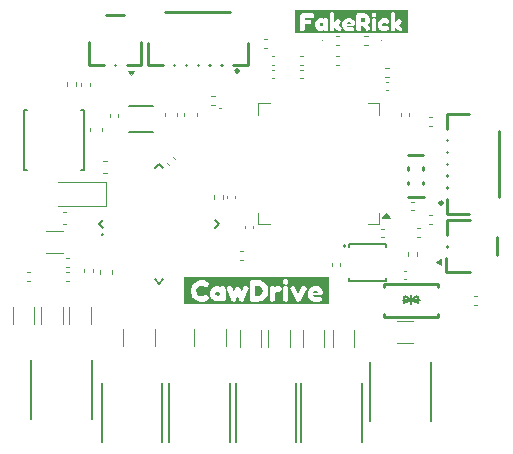
<source format=gbr>
%TF.GenerationSoftware,KiCad,Pcbnew,8.0.4-8.0.4-0~ubuntu24.04.1*%
%TF.CreationDate,2024-08-03T15:04:24+08:00*%
%TF.ProjectId,CawDrive,43617744-7269-4766-952e-6b696361645f,rev?*%
%TF.SameCoordinates,Original*%
%TF.FileFunction,Legend,Top*%
%TF.FilePolarity,Positive*%
%FSLAX46Y46*%
G04 Gerber Fmt 4.6, Leading zero omitted, Abs format (unit mm)*
G04 Created by KiCad (PCBNEW 8.0.4-8.0.4-0~ubuntu24.04.1) date 2024-08-03 15:04:24*
%MOMM*%
%LPD*%
G01*
G04 APERTURE LIST*
%ADD10C,0.000000*%
%ADD11C,0.120000*%
%ADD12C,0.100000*%
%ADD13C,0.254000*%
%ADD14C,0.127000*%
%ADD15C,0.152000*%
%ADD16C,0.150000*%
G04 APERTURE END LIST*
D10*
%TO.C,kibuzzard-66ADCBBA*%
G36*
X147132189Y-93177682D02*
G01*
X146595708Y-93177682D01*
X145998283Y-93177682D01*
X144512446Y-93177682D01*
X143446352Y-93177682D01*
X142321030Y-93177682D01*
X140631760Y-93177682D01*
X139032618Y-93177682D01*
X138115880Y-93177682D01*
X136336481Y-93177682D01*
X135404292Y-93177682D01*
X134867811Y-93177682D01*
X134867811Y-92023176D01*
X135404292Y-92023176D01*
X135420708Y-92210515D01*
X135469957Y-92381116D01*
X135544313Y-92528863D01*
X135636052Y-92647639D01*
X135743240Y-92744206D01*
X135863948Y-92825322D01*
X135989485Y-92888090D01*
X136111159Y-92929614D01*
X136227361Y-92952790D01*
X136336481Y-92960515D01*
X136503004Y-92944492D01*
X136662661Y-92896423D01*
X136815451Y-92816309D01*
X136921030Y-92737768D01*
X136957082Y-92643777D01*
X136900429Y-92494421D01*
X136807725Y-92384335D01*
X136720172Y-92347639D01*
X136591416Y-92399142D01*
X136462017Y-92462876D01*
X136326180Y-92484120D01*
X136130472Y-92442918D01*
X136037446Y-92385300D01*
X135954077Y-92294850D01*
X135944446Y-92275536D01*
X137031760Y-92275536D01*
X137051931Y-92440629D01*
X137112446Y-92592561D01*
X137213305Y-92731330D01*
X137339914Y-92841488D01*
X137477682Y-92907582D01*
X137626609Y-92929614D01*
X137774034Y-92906438D01*
X137896996Y-92836910D01*
X137969742Y-92906438D01*
X138115880Y-92929614D01*
X138249785Y-92911588D01*
X138321888Y-92853648D01*
X138346352Y-92785408D01*
X138350215Y-92697854D01*
X138350215Y-91860944D01*
X138346352Y-91774678D01*
X138337456Y-91748927D01*
X138454506Y-91748927D01*
X138463519Y-91917597D01*
X138806009Y-92759657D01*
X138829185Y-92816309D01*
X138863948Y-92870386D01*
X138933476Y-92925751D01*
X139032618Y-92942489D01*
X139084120Y-92939914D01*
X139126609Y-92930901D01*
X139160086Y-92919313D01*
X139185837Y-92900000D01*
X139205150Y-92880687D01*
X139221888Y-92854936D01*
X139233476Y-92826609D01*
X139246352Y-92793133D01*
X139259227Y-92759657D01*
X139377682Y-92442918D01*
X139496137Y-92759657D01*
X139524464Y-92825322D01*
X139559227Y-92880687D01*
X139624893Y-92928326D01*
X139725322Y-92942489D01*
X139769099Y-92938627D01*
X139806438Y-92929614D01*
X139838627Y-92914163D01*
X139864378Y-92896137D01*
X139886266Y-92874249D01*
X139903004Y-92851073D01*
X139917167Y-92825322D01*
X139928755Y-92802146D01*
X139939056Y-92778970D01*
X139946781Y-92759657D01*
X140291845Y-91922747D01*
X140313591Y-91809728D01*
X140265522Y-91714449D01*
X140147639Y-91636910D01*
X140019170Y-91611731D01*
X139918741Y-91659800D01*
X139846352Y-91781116D01*
X139722747Y-92123605D01*
X139604292Y-91793991D01*
X139515451Y-91666524D01*
X139372532Y-91624034D01*
X139239270Y-91665880D01*
X139153648Y-91791416D01*
X139032618Y-92123605D01*
X138893562Y-91739914D01*
X138830043Y-91642346D01*
X138728755Y-91610587D01*
X138589700Y-91644635D01*
X138454506Y-91748927D01*
X138337456Y-91748927D01*
X138321888Y-91703863D01*
X138251073Y-91644635D01*
X138118455Y-91626609D01*
X137962661Y-91653004D01*
X137896996Y-91732189D01*
X137777897Y-91654936D01*
X137626609Y-91629185D01*
X137478970Y-91651216D01*
X137341631Y-91717310D01*
X137214592Y-91827468D01*
X137113019Y-91965379D01*
X137052074Y-92114735D01*
X137031760Y-92275536D01*
X135944446Y-92275536D01*
X135895172Y-92176717D01*
X135875536Y-92036052D01*
X135886481Y-91926609D01*
X135919313Y-91830043D01*
X136033906Y-91689700D01*
X136179399Y-91613734D01*
X136326180Y-91587983D01*
X136387983Y-91590558D01*
X136439485Y-91599571D01*
X136480687Y-91609871D01*
X136515451Y-91622747D01*
X136539914Y-91636910D01*
X136561803Y-91651073D01*
X136578541Y-91662661D01*
X136717597Y-91721888D01*
X136806438Y-91687124D01*
X136903004Y-91582833D01*
X136959657Y-91438627D01*
X136936008Y-91363948D01*
X140397425Y-91363948D01*
X140397425Y-92695279D01*
X140403863Y-92786695D01*
X140430901Y-92858798D01*
X140501717Y-92914163D01*
X140631760Y-92932189D01*
X141069528Y-92932189D01*
X141250590Y-92915531D01*
X141417811Y-92865558D01*
X141571191Y-92782269D01*
X141710730Y-92665665D01*
X141826770Y-92525563D01*
X141909657Y-92371781D01*
X141959388Y-92204319D01*
X141975966Y-92023176D01*
X141960477Y-91858369D01*
X142089270Y-91858369D01*
X142089270Y-92697854D01*
X142093133Y-92786695D01*
X142117597Y-92857511D01*
X142188412Y-92916738D01*
X142321030Y-92934764D01*
X142457511Y-92916738D01*
X142529614Y-92858798D01*
X142554077Y-92790558D01*
X142557940Y-92703004D01*
X142557940Y-92200858D01*
X142608155Y-92106867D01*
X142735622Y-92069528D01*
X142798712Y-92088841D01*
X142897854Y-92108155D01*
X143042060Y-92019313D01*
X143084549Y-91919850D01*
X143091461Y-91860944D01*
X143214592Y-91860944D01*
X143214592Y-92700429D01*
X143218455Y-92789270D01*
X143242918Y-92858798D01*
X143313734Y-92916738D01*
X143446352Y-92934764D01*
X143581545Y-92916738D01*
X143652361Y-92858798D01*
X143676824Y-92790558D01*
X143680687Y-92703004D01*
X143680687Y-91866094D01*
X143677048Y-91782403D01*
X143814592Y-91782403D01*
X143850644Y-91966524D01*
X144306438Y-92834335D01*
X144387554Y-92919313D01*
X144512446Y-92947639D01*
X144637339Y-92919313D01*
X144718455Y-92834335D01*
X145006539Y-92285837D01*
X145295279Y-92285837D01*
X145305258Y-92403004D01*
X145335193Y-92517597D01*
X145384764Y-92628326D01*
X145453648Y-92733906D01*
X145547961Y-92826931D01*
X145673820Y-92900000D01*
X145825751Y-92947318D01*
X145998283Y-92963090D01*
X146232618Y-92948444D01*
X146400000Y-92904506D01*
X146500429Y-92831277D01*
X146533906Y-92728755D01*
X146500429Y-92610300D01*
X146430901Y-92517597D01*
X146345923Y-92486695D01*
X146227468Y-92520172D01*
X146018884Y-92553648D01*
X145866953Y-92517597D01*
X145789700Y-92419742D01*
X146338197Y-92419742D01*
X146442811Y-92400107D01*
X146524893Y-92341202D01*
X146578004Y-92246245D01*
X146595708Y-92118455D01*
X146557403Y-91937554D01*
X146442489Y-91765665D01*
X146325322Y-91672675D01*
X146178112Y-91616881D01*
X146000858Y-91598283D01*
X145805866Y-91619599D01*
X145636338Y-91683548D01*
X145492275Y-91790129D01*
X145382833Y-91930472D01*
X145317167Y-92095708D01*
X145295279Y-92285837D01*
X145006539Y-92285837D01*
X145174249Y-91966524D01*
X145216738Y-91840343D01*
X145185837Y-91737339D01*
X145071245Y-91649785D01*
X144883262Y-91607296D01*
X144815021Y-91653970D01*
X144754506Y-91755365D01*
X144512446Y-92306438D01*
X144270386Y-91755365D01*
X144145494Y-91608584D01*
X143953648Y-91649785D01*
X143814592Y-91782403D01*
X143677048Y-91782403D01*
X143676824Y-91777253D01*
X143652361Y-91706438D01*
X143581545Y-91647210D01*
X143448927Y-91629185D01*
X143446352Y-91629531D01*
X143315021Y-91647210D01*
X143242918Y-91705150D01*
X143218455Y-91774678D01*
X143214592Y-91860944D01*
X143091461Y-91860944D01*
X143098712Y-91799142D01*
X143066524Y-91701288D01*
X142982833Y-91643348D01*
X142890129Y-91620172D01*
X142812876Y-91613734D01*
X142675107Y-91643348D01*
X142545064Y-91732189D01*
X142472961Y-91653004D01*
X142323605Y-91626609D01*
X142188412Y-91644635D01*
X142117597Y-91702575D01*
X142093133Y-91770815D01*
X142089270Y-91858369D01*
X141960477Y-91858369D01*
X141959388Y-91846781D01*
X141909657Y-91683262D01*
X141826770Y-91532618D01*
X141710730Y-91394850D01*
X141571674Y-91279936D01*
X141550821Y-91268670D01*
X143214592Y-91268670D01*
X143218455Y-91354936D01*
X143242918Y-91425751D01*
X143313734Y-91484979D01*
X143446352Y-91503004D01*
X143581545Y-91484979D01*
X143652361Y-91427039D01*
X143676824Y-91358798D01*
X143680687Y-91271245D01*
X143676824Y-91184979D01*
X143652361Y-91114163D01*
X143581545Y-91054936D01*
X143448927Y-91036910D01*
X143315021Y-91054936D01*
X143242918Y-91112876D01*
X143218455Y-91182403D01*
X143214592Y-91268670D01*
X141550821Y-91268670D01*
X141419742Y-91197854D01*
X141254936Y-91148605D01*
X141077253Y-91132189D01*
X140634335Y-91132189D01*
X140497854Y-91148927D01*
X140425751Y-91206867D01*
X140401288Y-91277682D01*
X140397425Y-91363948D01*
X136936008Y-91363948D01*
X136935193Y-91361373D01*
X136887554Y-91307296D01*
X136818026Y-91258369D01*
X136655508Y-91178255D01*
X136497568Y-91130186D01*
X136344206Y-91114163D01*
X136230579Y-91121888D01*
X136111159Y-91145064D01*
X135987554Y-91185944D01*
X135861373Y-91246781D01*
X135740665Y-91325322D01*
X135633476Y-91419313D01*
X135542060Y-91534871D01*
X135468670Y-91678112D01*
X135420386Y-91842918D01*
X135404292Y-92023176D01*
X134867811Y-92023176D01*
X134867811Y-90822318D01*
X135404292Y-90822318D01*
X146595708Y-90822318D01*
X147132189Y-90822318D01*
X147132189Y-93177682D01*
G37*
G36*
X141239485Y-91634979D02*
G01*
X141378541Y-91729614D01*
X141473176Y-91868670D01*
X141504721Y-92033476D01*
X141473176Y-92197961D01*
X141378541Y-92336052D01*
X141240129Y-92429721D01*
X141077253Y-92460944D01*
X140868670Y-92460944D01*
X140868670Y-91603433D01*
X141074678Y-91603433D01*
X141239485Y-91634979D01*
G37*
G36*
X137815880Y-92146781D02*
G01*
X137868670Y-92278112D01*
X137815880Y-92408155D01*
X137690987Y-92463519D01*
X137555794Y-92408155D01*
X137497854Y-92280687D01*
X137553219Y-92149356D01*
X137685837Y-92092704D01*
X137815880Y-92146781D01*
G37*
G36*
X146106438Y-92039914D02*
G01*
X146147639Y-92115880D01*
X146078112Y-92177682D01*
X145789700Y-92177682D01*
X145850215Y-92063090D01*
X145995708Y-92012876D01*
X146106438Y-92039914D01*
G37*
%TO.C,kibuzzard-66ADBF8B*%
G36*
X153782904Y-70233548D02*
G01*
X153335837Y-70233548D01*
X153119099Y-70233548D01*
X151790773Y-70233548D01*
X150904506Y-70233548D01*
X150357296Y-70233548D01*
X148810086Y-70233548D01*
X147958155Y-70233548D01*
X146833691Y-70233548D01*
X144859442Y-70233548D01*
X144664163Y-70233548D01*
X144217096Y-70233548D01*
X144217096Y-68724249D01*
X144664163Y-68724249D01*
X144664163Y-69833691D01*
X144667382Y-69907725D01*
X144687768Y-69966738D01*
X144747854Y-70016094D01*
X144859442Y-70031116D01*
X144973176Y-70016094D01*
X145033262Y-69967811D01*
X145053648Y-69909871D01*
X145056867Y-69835837D01*
X145056867Y-69481760D01*
X145930258Y-69481760D01*
X145947067Y-69619337D01*
X145997496Y-69745947D01*
X146081545Y-69861588D01*
X146187053Y-69953386D01*
X146301860Y-70008464D01*
X146425966Y-70026824D01*
X146548820Y-70007511D01*
X146651288Y-69949571D01*
X146711910Y-70007511D01*
X146833691Y-70026824D01*
X146945279Y-70011803D01*
X147005365Y-69963519D01*
X147025751Y-69906652D01*
X147028970Y-69833691D01*
X147028970Y-69136266D01*
X147025751Y-69064378D01*
X147005365Y-69005365D01*
X146946352Y-68956009D01*
X146835837Y-68940987D01*
X146706009Y-68962983D01*
X146651288Y-69028970D01*
X146552039Y-68964592D01*
X146425966Y-68943133D01*
X146302933Y-68961493D01*
X146188484Y-69016571D01*
X146082618Y-69108369D01*
X145997973Y-69223295D01*
X145947186Y-69347759D01*
X145930258Y-69481760D01*
X145056867Y-69481760D01*
X145056867Y-69447425D01*
X145449571Y-69447425D01*
X145519313Y-69444206D01*
X145571888Y-69427039D01*
X145613734Y-69377682D01*
X145625536Y-69284335D01*
X145613734Y-69185622D01*
X145572961Y-69134120D01*
X145521459Y-69115880D01*
X145451717Y-69112661D01*
X145056867Y-69112661D01*
X145056867Y-68921674D01*
X145646996Y-68921674D01*
X145721030Y-68918455D01*
X145780043Y-68898069D01*
X145829399Y-68839056D01*
X145844421Y-68726395D01*
X145833084Y-68640558D01*
X147168455Y-68640558D01*
X147168455Y-69835837D01*
X147171674Y-69907725D01*
X147192060Y-69966738D01*
X147251073Y-70016094D01*
X147361588Y-70031116D01*
X147474249Y-70016094D01*
X147533262Y-69967811D01*
X147553648Y-69910944D01*
X147556867Y-69837983D01*
X147556867Y-69719957D01*
X147820815Y-69966738D01*
X147958155Y-70043991D01*
X148022532Y-70021996D01*
X148099785Y-69956009D01*
X148170601Y-69812232D01*
X148086910Y-69677039D01*
X147847177Y-69490343D01*
X148224249Y-69490343D01*
X148232564Y-69587983D01*
X148257511Y-69683476D01*
X148298820Y-69775751D01*
X148356223Y-69863734D01*
X148434818Y-69941255D01*
X148539700Y-70002146D01*
X148666309Y-70041577D01*
X148810086Y-70054721D01*
X149005365Y-70042516D01*
X149144850Y-70005901D01*
X149228541Y-69944877D01*
X149256438Y-69859442D01*
X149228541Y-69760730D01*
X149170601Y-69683476D01*
X149099785Y-69657725D01*
X149001073Y-69685622D01*
X148827253Y-69713519D01*
X148700644Y-69683476D01*
X148636266Y-69601931D01*
X149093348Y-69601931D01*
X149180526Y-69585569D01*
X149248927Y-69536481D01*
X149293187Y-69457350D01*
X149307940Y-69350858D01*
X149276019Y-69200107D01*
X149180258Y-69056867D01*
X149082618Y-68979375D01*
X148959943Y-68932880D01*
X148812232Y-68917382D01*
X148649738Y-68935145D01*
X148508464Y-68988436D01*
X148388412Y-69077253D01*
X148297210Y-69194206D01*
X148242489Y-69331903D01*
X148224249Y-69490343D01*
X147847177Y-69490343D01*
X147844421Y-69488197D01*
X148018240Y-69335837D01*
X148098712Y-69202790D01*
X148018240Y-69056867D01*
X147879828Y-68980687D01*
X147739270Y-69056867D01*
X147556867Y-69234979D01*
X147556867Y-68724249D01*
X149415236Y-68724249D01*
X149415236Y-69831545D01*
X149418455Y-69905579D01*
X149438841Y-69964592D01*
X149498927Y-70013948D01*
X149610515Y-70028970D01*
X149724249Y-70013948D01*
X149784335Y-69965665D01*
X149804721Y-69907725D01*
X149807940Y-69833691D01*
X149807940Y-69625536D01*
X150007511Y-69625536D01*
X150237124Y-69936695D01*
X150357296Y-70036481D01*
X150509657Y-69977468D01*
X150612661Y-69850858D01*
X150554721Y-69702790D01*
X150400215Y-69496781D01*
X150505126Y-69379948D01*
X150568073Y-69241178D01*
X150581771Y-69136266D01*
X150711373Y-69136266D01*
X150711373Y-69835837D01*
X150714592Y-69909871D01*
X150734979Y-69967811D01*
X150793991Y-70016094D01*
X150904506Y-70031116D01*
X151017167Y-70016094D01*
X151076180Y-69967811D01*
X151096567Y-69910944D01*
X151099785Y-69837983D01*
X151099785Y-69481760D01*
X151228541Y-69481760D01*
X151241953Y-69609174D01*
X151282189Y-69725322D01*
X151343884Y-69824839D01*
X151421674Y-69902361D01*
X151509925Y-69961373D01*
X151603004Y-70005365D01*
X151697693Y-70032725D01*
X151790773Y-70041845D01*
X151936695Y-70020923D01*
X152082618Y-69958155D01*
X152175846Y-69874225D01*
X152198021Y-69782666D01*
X152149142Y-69683476D01*
X152062768Y-69598176D01*
X151988197Y-69569742D01*
X151876609Y-69616953D01*
X151782189Y-69644850D01*
X151673820Y-69597639D01*
X151627682Y-69483906D01*
X151674893Y-69371245D01*
X151786481Y-69325107D01*
X151894850Y-69363734D01*
X152001073Y-69402361D01*
X152078326Y-69372854D01*
X152155579Y-69284335D01*
X152200644Y-69162017D01*
X152180258Y-69097639D01*
X152139485Y-69051502D01*
X152082618Y-69013948D01*
X151939914Y-68949571D01*
X151786481Y-68928112D01*
X151695011Y-68937232D01*
X151600858Y-68964592D01*
X151508047Y-69008315D01*
X151420601Y-69066524D01*
X151343616Y-69142972D01*
X151282189Y-69241416D01*
X151241953Y-69356223D01*
X151228541Y-69481760D01*
X151099785Y-69481760D01*
X151099785Y-69140558D01*
X151096567Y-69066524D01*
X151076180Y-69007511D01*
X151017167Y-68958155D01*
X150906652Y-68943133D01*
X150904506Y-68943422D01*
X150795064Y-68958155D01*
X150734979Y-69006438D01*
X150714592Y-69064378D01*
X150711373Y-69136266D01*
X150581771Y-69136266D01*
X150589056Y-69080472D01*
X150575644Y-68953058D01*
X150535408Y-68836910D01*
X150473981Y-68737929D01*
X150396996Y-68662017D01*
X150367662Y-68642704D01*
X150711373Y-68642704D01*
X150714592Y-68714592D01*
X150734979Y-68773605D01*
X150793991Y-68822961D01*
X150904506Y-68837983D01*
X151017167Y-68822961D01*
X151076180Y-68774678D01*
X151096567Y-68717811D01*
X151099785Y-68644850D01*
X151099593Y-68640558D01*
X152329399Y-68640558D01*
X152329399Y-69835837D01*
X152332618Y-69907725D01*
X152353004Y-69966738D01*
X152412017Y-70016094D01*
X152522532Y-70031116D01*
X152635193Y-70016094D01*
X152694206Y-69967811D01*
X152714592Y-69910944D01*
X152717811Y-69837983D01*
X152717811Y-69719957D01*
X152981760Y-69966738D01*
X153119099Y-70043991D01*
X153183476Y-70021996D01*
X153260730Y-69956009D01*
X153331545Y-69812232D01*
X153247854Y-69677039D01*
X153005365Y-69488197D01*
X153179185Y-69335837D01*
X153259657Y-69202790D01*
X153179185Y-69056867D01*
X153040773Y-68980687D01*
X152900215Y-69056867D01*
X152717811Y-69234979D01*
X152717811Y-68642704D01*
X152714592Y-68568670D01*
X152694206Y-68509657D01*
X152635193Y-68460300D01*
X152524678Y-68445279D01*
X152413090Y-68460300D01*
X152353004Y-68508584D01*
X152332618Y-68566524D01*
X152329399Y-68640558D01*
X151099593Y-68640558D01*
X151096567Y-68572961D01*
X151076180Y-68513948D01*
X151017167Y-68464592D01*
X150906652Y-68449571D01*
X150795064Y-68464592D01*
X150734979Y-68512876D01*
X150714592Y-68570815D01*
X150711373Y-68642704D01*
X150367662Y-68642704D01*
X150310622Y-68605150D01*
X150221030Y-68563305D01*
X150131170Y-68537554D01*
X150043991Y-68528970D01*
X149612661Y-68528970D01*
X149498927Y-68543991D01*
X149438841Y-68593348D01*
X149418455Y-68652361D01*
X149415236Y-68724249D01*
X147556867Y-68724249D01*
X147556867Y-68642704D01*
X147553648Y-68568670D01*
X147533262Y-68509657D01*
X147474249Y-68460300D01*
X147363734Y-68445279D01*
X147252146Y-68460300D01*
X147192060Y-68508584D01*
X147171674Y-68566524D01*
X147168455Y-68640558D01*
X145833084Y-68640558D01*
X145829399Y-68612661D01*
X145781116Y-68552575D01*
X145723176Y-68532189D01*
X145651288Y-68528970D01*
X144865880Y-68528970D01*
X144708155Y-68570815D01*
X144664163Y-68724249D01*
X144217096Y-68724249D01*
X144217096Y-68266452D01*
X144664163Y-68266452D01*
X153335837Y-68266452D01*
X153782904Y-68266452D01*
X153782904Y-70233548D01*
G37*
G36*
X150150215Y-68966738D02*
G01*
X150196352Y-69078326D01*
X150146996Y-69196352D01*
X150043991Y-69234979D01*
X149807940Y-69234979D01*
X149807940Y-68921674D01*
X150039700Y-68921674D01*
X150150215Y-68966738D01*
G37*
G36*
X146583691Y-69374464D02*
G01*
X146627682Y-69483906D01*
X146583691Y-69592275D01*
X146479614Y-69638412D01*
X146366953Y-69592275D01*
X146318670Y-69486052D01*
X146364807Y-69376609D01*
X146475322Y-69329399D01*
X146583691Y-69374464D01*
G37*
G36*
X148900215Y-69285408D02*
G01*
X148934549Y-69348712D01*
X148876609Y-69400215D01*
X148636266Y-69400215D01*
X148686695Y-69304721D01*
X148807940Y-69262876D01*
X148900215Y-69285408D01*
G37*
D11*
%TO.C,C12*%
X147341000Y-89673165D02*
X147341000Y-89904835D01*
X148061000Y-89673165D02*
X148061000Y-89904835D01*
%TO.C,R17*%
X137415000Y-84241621D02*
X137415000Y-83906379D01*
X138175000Y-84241621D02*
X138175000Y-83906379D01*
%TO.C,C16*%
X126871000Y-78212733D02*
X126871000Y-78505267D01*
X127891000Y-78212733D02*
X127891000Y-78505267D01*
D12*
%TO.C,D4*%
X137972000Y-76586000D02*
G75*
G02*
X137872000Y-76586000I-50000J0D01*
G01*
X137872000Y-76586000D02*
G75*
G02*
X137972000Y-76586000I50000J0D01*
G01*
D11*
%TO.C,R1*%
X124969000Y-74716621D02*
X124969000Y-74381379D01*
X125729000Y-74716621D02*
X125729000Y-74381379D01*
D13*
%TO.C,U6*%
X126800000Y-72898000D02*
X126800000Y-70979000D01*
X127019000Y-72898000D02*
X126981000Y-72898000D01*
X128019000Y-72898000D02*
X126800000Y-72898000D01*
X128019000Y-72898000D02*
X127981000Y-72898000D01*
X128231000Y-68647000D02*
X129769000Y-68647000D01*
X129019000Y-72898000D02*
X128981000Y-72898000D01*
X129980000Y-72947000D02*
X131200000Y-72947000D01*
X131200000Y-72947000D02*
X131200000Y-70978000D01*
D11*
X130310000Y-73787000D02*
X130056000Y-73406000D01*
X130564000Y-73406000D01*
X130310000Y-73787000D01*
G36*
X130310000Y-73787000D02*
G01*
X130056000Y-73406000D01*
X130564000Y-73406000D01*
X130310000Y-73787000D01*
G37*
D14*
%TO.C,Q7*%
X121910000Y-102874000D02*
X121910000Y-97874000D01*
X127010000Y-102874000D02*
X127010000Y-97874000D01*
D11*
%TO.C,R20*%
X155869621Y-77344000D02*
X155534379Y-77344000D01*
X155869621Y-78104000D02*
X155534379Y-78104000D01*
%TO.C,R9*%
X147660379Y-70486000D02*
X147995621Y-70486000D01*
X147660379Y-71246000D02*
X147995621Y-71246000D01*
%TO.C,R18*%
X129709000Y-96735737D02*
X129709000Y-95288263D01*
X132419000Y-96735737D02*
X132419000Y-95288263D01*
D14*
%TO.C,U2*%
X132182000Y-76340000D02*
X130182000Y-76340000D01*
X132182000Y-78600000D02*
X130182000Y-78600000D01*
D13*
%TO.C,U5*%
X157050000Y-89245000D02*
X157050000Y-90465000D01*
X157050000Y-90465000D02*
X159019000Y-90465000D01*
X157099000Y-86065000D02*
X159018000Y-86065000D01*
X157099000Y-86284000D02*
X157099000Y-86246000D01*
X157099000Y-87284000D02*
X157099000Y-86065000D01*
X157099000Y-87284000D02*
X157099000Y-87246000D01*
X157099000Y-88284000D02*
X157099000Y-88246000D01*
X161350000Y-87496000D02*
X161350000Y-89034000D01*
D11*
X156591000Y-89829000D02*
X156210000Y-89575000D01*
X156591000Y-89321000D01*
X156591000Y-89829000D01*
G36*
X156591000Y-89829000D02*
G01*
X156210000Y-89575000D01*
X156591000Y-89321000D01*
X156591000Y-89829000D01*
G37*
D13*
%TO.C,CN1*%
X131777000Y-72898000D02*
X131777000Y-71027000D01*
X133019000Y-72898000D02*
X131777000Y-72898000D01*
X133231000Y-68453000D02*
X138769000Y-68453000D01*
X134019000Y-72898000D02*
X133981000Y-72898000D01*
X135019000Y-72898000D02*
X134981000Y-72898000D01*
X136019000Y-72898000D02*
X135981000Y-72898000D01*
X137019000Y-72898000D02*
X136981000Y-72898000D01*
X138019000Y-72898000D02*
X137981000Y-72898000D01*
X140223000Y-72898000D02*
X138981000Y-72898000D01*
X140223000Y-72898000D02*
X140223000Y-71027000D01*
X139461000Y-73406000D02*
G75*
G02*
X139207000Y-73406000I-127000J0D01*
G01*
X139207000Y-73406000D02*
G75*
G02*
X139461000Y-73406000I127000J0D01*
G01*
X139461000Y-73406000D02*
G75*
G02*
X139207000Y-73406000I-127000J0D01*
G01*
X139207000Y-73406000D02*
G75*
G02*
X139461000Y-73406000I127000J0D01*
G01*
D11*
%TO.C,C2*%
X154082165Y-84476000D02*
X154313835Y-84476000D01*
X154082165Y-85196000D02*
X154313835Y-85196000D01*
%TO.C,L1*%
X142266800Y-72157000D02*
X142467200Y-72157000D01*
X142266800Y-72877000D02*
X142467200Y-72877000D01*
D15*
%TO.C,U3*%
X148763000Y-88045000D02*
X151915000Y-88045000D01*
X148763000Y-88280000D02*
X148763000Y-88045000D01*
X148763000Y-90961000D02*
X148763000Y-91197000D01*
X148763000Y-91197000D02*
X151915000Y-91197000D01*
X151915000Y-88045000D02*
X151915000Y-88280000D01*
X151915000Y-91197000D02*
X151915000Y-90961000D01*
D16*
X148509000Y-88224000D02*
G75*
G02*
X148359000Y-88224000I-75000J0D01*
G01*
X148359000Y-88224000D02*
G75*
G02*
X148509000Y-88224000I75000J0D01*
G01*
D11*
%TO.C,C22*%
X120349600Y-94818252D02*
X120349600Y-93395748D01*
X122169600Y-94818252D02*
X122169600Y-93395748D01*
%TO.C,C7*%
X128545000Y-77293335D02*
X128545000Y-77061665D01*
X129265000Y-77293335D02*
X129265000Y-77061665D01*
D14*
%TO.C,Q12*%
X150612000Y-98084000D02*
X150612000Y-103084000D01*
X155712000Y-98084000D02*
X155712000Y-103084000D01*
D11*
%TO.C,R15*%
X147660379Y-72147000D02*
X147995621Y-72147000D01*
X147660379Y-72907000D02*
X147995621Y-72907000D01*
D14*
%TO.C,Q9*%
X139200000Y-104862000D02*
X139200000Y-99862000D01*
X144300000Y-104862000D02*
X144300000Y-99862000D01*
D11*
%TO.C,C23*%
X139552000Y-96741252D02*
X139552000Y-95318748D01*
X141372000Y-96741252D02*
X141372000Y-95318748D01*
%TO.C,C10*%
X159396165Y-93197000D02*
X159627835Y-93197000D01*
X159396165Y-92477000D02*
X159627835Y-92477000D01*
%TO.C,C20*%
X125124800Y-94818252D02*
X125124800Y-93395748D01*
X126944800Y-94818252D02*
X126944800Y-93395748D01*
%TO.C,D3*%
X128217000Y-82820000D02*
X124207000Y-82820000D01*
X128217000Y-84820000D02*
X124207000Y-84820000D01*
X128217000Y-84820000D02*
X128217000Y-82820000D01*
%TO.C,R21*%
X155869621Y-85599000D02*
X155534379Y-85599000D01*
X155869621Y-86359000D02*
X155534379Y-86359000D01*
%TO.C,C25*%
X144886000Y-96741252D02*
X144886000Y-95318748D01*
X146706000Y-96741252D02*
X146706000Y-95318748D01*
%TO.C,R8*%
X153798000Y-89067621D02*
X153798000Y-88732379D01*
X154558000Y-89067621D02*
X154558000Y-88732379D01*
%TO.C,C11*%
X144664165Y-72157000D02*
X144895835Y-72157000D01*
X144664165Y-72877000D02*
X144895835Y-72877000D01*
%TO.C,C8*%
X144664165Y-73300000D02*
X144895835Y-73300000D01*
X144664165Y-74020000D02*
X144895835Y-74020000D01*
%TO.C,C9*%
X153658835Y-90318000D02*
X153427165Y-90318000D01*
X153658835Y-91038000D02*
X153427165Y-91038000D01*
%TO.C,C30*%
X124595252Y-86974000D02*
X123172748Y-86974000D01*
X124595252Y-88794000D02*
X123172748Y-88794000D01*
D13*
%TO.C,TV1*%
X156370000Y-94237000D02*
X156370000Y-93968100D01*
X156370000Y-94237000D02*
X151770000Y-94237000D01*
X156370000Y-91705900D02*
X156370000Y-91437000D01*
X156370000Y-91437000D02*
X151770000Y-91437000D01*
D14*
X154830000Y-92777000D02*
X153340000Y-92777000D01*
X154660000Y-93077000D02*
X154660000Y-92477000D01*
X154660000Y-93077000D02*
X154072000Y-92788000D01*
X154600000Y-92477000D02*
X154072000Y-92788000D01*
X154072000Y-92788000D02*
X154072000Y-93169000D01*
X154072000Y-92788000D02*
X154072000Y-92407000D01*
X153530000Y-92487000D02*
X154072000Y-92788000D01*
X153500000Y-93087000D02*
X154072000Y-92788000D01*
X153500000Y-93087000D02*
X153500000Y-92487000D01*
D13*
X151770000Y-94237000D02*
X151770000Y-93968100D01*
X151770000Y-91705900D02*
X151770000Y-91437000D01*
D11*
%TO.C,R7*%
X137454621Y-75566000D02*
X137119379Y-75566000D01*
X137454621Y-76326000D02*
X137119379Y-76326000D01*
D13*
%TO.C,X1*%
X153803000Y-81815000D02*
X153803000Y-81578000D01*
X153803000Y-83014000D02*
X153803000Y-82777000D01*
X153818000Y-84049000D02*
X155118000Y-84049000D01*
X155088000Y-80543000D02*
X153788000Y-80543000D01*
X155103000Y-81815000D02*
X155103000Y-81578000D01*
X155103000Y-83014000D02*
X155103000Y-82777000D01*
D11*
%TO.C,R10*%
X152186621Y-73153000D02*
X151851379Y-73153000D01*
X152186621Y-73913000D02*
X151851379Y-73913000D01*
%TO.C,C33*%
X124860267Y-85342000D02*
X124567733Y-85342000D01*
X124860267Y-86362000D02*
X124567733Y-86362000D01*
%TO.C,C31*%
X133394534Y-81198651D02*
X133558349Y-81362466D01*
X133903651Y-80689534D02*
X134067466Y-80853349D01*
%TO.C,R4*%
X121498379Y-90425000D02*
X121833621Y-90425000D01*
X121498379Y-91185000D02*
X121833621Y-91185000D01*
%TO.C,C35*%
X134872000Y-77235267D02*
X134872000Y-76942733D01*
X135892000Y-77235267D02*
X135892000Y-76942733D01*
%TO.C,C14*%
X151903165Y-74316000D02*
X152134835Y-74316000D01*
X151903165Y-75036000D02*
X152134835Y-75036000D01*
%TO.C,C15*%
X128289267Y-81024000D02*
X127996733Y-81024000D01*
X128289267Y-82044000D02*
X127996733Y-82044000D01*
%TO.C,C26*%
X147426000Y-96741252D02*
X147426000Y-95318748D01*
X149246000Y-96741252D02*
X149246000Y-95318748D01*
%TO.C,R16*%
X139532379Y-88647000D02*
X139867621Y-88647000D01*
X139532379Y-89407000D02*
X139867621Y-89407000D01*
D14*
%TO.C,Q8*%
X127879000Y-99818000D02*
X127879000Y-104818000D01*
X132979000Y-99818000D02*
X132979000Y-104818000D01*
D11*
%TO.C,C6*%
X151522165Y-86762000D02*
X151753835Y-86762000D01*
X151522165Y-87482000D02*
X151753835Y-87482000D01*
%TO.C,R19*%
X135645000Y-96723737D02*
X135645000Y-95276263D01*
X138355000Y-96723737D02*
X138355000Y-95276263D01*
%TO.C,C34*%
X133221000Y-77235267D02*
X133221000Y-76942733D01*
X134241000Y-77235267D02*
X134241000Y-76942733D01*
D14*
%TO.C,Q10*%
X133594000Y-99818000D02*
X133594000Y-104818000D01*
X138694000Y-99818000D02*
X138694000Y-104818000D01*
D11*
%TO.C,C29*%
X154254252Y-96414000D02*
X152831748Y-96414000D01*
X154254252Y-94594000D02*
X152831748Y-94594000D01*
D12*
%TO.C,D1*%
X146603000Y-70866000D02*
G75*
G02*
X146503000Y-70866000I-50000J0D01*
G01*
X146503000Y-70866000D02*
G75*
G02*
X146603000Y-70866000I50000J0D01*
G01*
D11*
%TO.C,R12*%
X154518379Y-86742000D02*
X154853621Y-86742000D01*
X154518379Y-87502000D02*
X154853621Y-87502000D01*
D12*
%TO.C,D2*%
X151603500Y-70866000D02*
G75*
G02*
X151503500Y-70866000I-50000J0D01*
G01*
X151503500Y-70866000D02*
G75*
G02*
X151603500Y-70866000I50000J0D01*
G01*
D11*
%TO.C,R14*%
X125135621Y-90425000D02*
X124800379Y-90425000D01*
X125135621Y-91185000D02*
X124800379Y-91185000D01*
%TO.C,C24*%
X141965000Y-96741252D02*
X141965000Y-95318748D01*
X143785000Y-96741252D02*
X143785000Y-95318748D01*
D15*
%TO.C,U7*%
X127657772Y-86360000D02*
X128008497Y-86710725D01*
X128008497Y-86009275D02*
X127657772Y-86360000D01*
X132364275Y-81653497D02*
X132715000Y-81302772D01*
X132715000Y-81302772D02*
X133065725Y-81653497D01*
X132715000Y-91417228D02*
X132364275Y-91066503D01*
X133065725Y-91066503D02*
X132715000Y-91417228D01*
X137421503Y-86710725D02*
X137772228Y-86360000D01*
X137772228Y-86360000D02*
X137421503Y-86009275D01*
D16*
X127988745Y-87272168D02*
G75*
G02*
X127838745Y-87272168I-75000J0D01*
G01*
X127838745Y-87272168D02*
G75*
G02*
X127988745Y-87272168I75000J0D01*
G01*
D11*
%TO.C,C1*%
X126132000Y-74433165D02*
X126132000Y-74664835D01*
X126852000Y-74433165D02*
X126852000Y-74664835D01*
%TO.C,R2*%
X141899621Y-70740000D02*
X141564379Y-70740000D01*
X141899621Y-71500000D02*
X141564379Y-71500000D01*
%TO.C,R13*%
X124800379Y-89282000D02*
X125135621Y-89282000D01*
X124800379Y-90042000D02*
X125135621Y-90042000D01*
D13*
%TO.C,CN2*%
X157099000Y-77057000D02*
X158970000Y-77057000D01*
X157099000Y-78299000D02*
X157099000Y-77057000D01*
X157099000Y-79299000D02*
X157099000Y-79261000D01*
X157099000Y-80299000D02*
X157099000Y-80261000D01*
X157099000Y-81299000D02*
X157099000Y-81261000D01*
X157099000Y-82299000D02*
X157099000Y-82261000D01*
X157099000Y-83299000D02*
X157099000Y-83261000D01*
X157099000Y-85503000D02*
X157099000Y-84261000D01*
X157099000Y-85503000D02*
X158970000Y-85503000D01*
X161544000Y-78511000D02*
X161544000Y-84049000D01*
X156718000Y-84614000D02*
G75*
G02*
X156464000Y-84614000I-127000J0D01*
G01*
X156464000Y-84614000D02*
G75*
G02*
X156718000Y-84614000I127000J0D01*
G01*
X156718000Y-84614000D02*
G75*
G02*
X156464000Y-84614000I-127000J0D01*
G01*
X156464000Y-84614000D02*
G75*
G02*
X156718000Y-84614000I127000J0D01*
G01*
D11*
%TO.C,C32*%
X139975000Y-86498165D02*
X139975000Y-86729835D01*
X140695000Y-86498165D02*
X140695000Y-86729835D01*
%TO.C,U4*%
X141140000Y-76150000D02*
X141140000Y-77100000D01*
X141140000Y-86370000D02*
X141140000Y-85420000D01*
X142090000Y-76150000D02*
X141140000Y-76150000D01*
X142090000Y-86370000D02*
X141140000Y-86370000D01*
X150410000Y-76150000D02*
X151360000Y-76150000D01*
X150410000Y-86370000D02*
X151360000Y-86370000D01*
X151360000Y-76150000D02*
X151360000Y-77100000D01*
X151360000Y-86370000D02*
X151360000Y-85420000D01*
X152315000Y-85890000D02*
X151635000Y-85890000D01*
X151975000Y-85420000D01*
X152315000Y-85890000D01*
G36*
X152315000Y-85890000D02*
G01*
X151635000Y-85890000D01*
X151975000Y-85420000D01*
X152315000Y-85890000D01*
G37*
%TO.C,C3*%
X153183000Y-76973165D02*
X153183000Y-77204835D01*
X153903000Y-76973165D02*
X153903000Y-77204835D01*
%TO.C,C21*%
X122737200Y-94818252D02*
X122737200Y-93395748D01*
X124557200Y-94818252D02*
X124557200Y-93395748D01*
%TO.C,C28*%
X127740000Y-90570267D02*
X127740000Y-90277733D01*
X128760000Y-90570267D02*
X128760000Y-90277733D01*
%TO.C,R11*%
X150446121Y-70486000D02*
X150110879Y-70486000D01*
X150446121Y-71246000D02*
X150110879Y-71246000D01*
D15*
%TO.C,L2*%
X126351000Y-81774000D02*
X126087000Y-81774000D01*
X126351000Y-76722000D02*
X126351000Y-81774000D01*
X126087000Y-76722000D02*
X126351000Y-76722000D01*
X121563000Y-76722000D02*
X121299000Y-76722000D01*
X121299000Y-81774000D02*
X121563000Y-81774000D01*
X121299000Y-76722000D02*
X121299000Y-81774000D01*
D11*
%TO.C,C4*%
X142251165Y-73300000D02*
X142482835Y-73300000D01*
X142251165Y-74020000D02*
X142482835Y-74020000D01*
D14*
%TO.C,Q11*%
X144770000Y-104862000D02*
X144770000Y-99862000D01*
X149870000Y-104862000D02*
X149870000Y-99862000D01*
D11*
%TO.C,C5*%
X138451000Y-84189835D02*
X138451000Y-83958165D01*
X139171000Y-84189835D02*
X139171000Y-83958165D01*
%TO.C,C27*%
X126390000Y-90181165D02*
X126390000Y-90412835D01*
X127110000Y-90181165D02*
X127110000Y-90412835D01*
%TD*%
M02*

</source>
